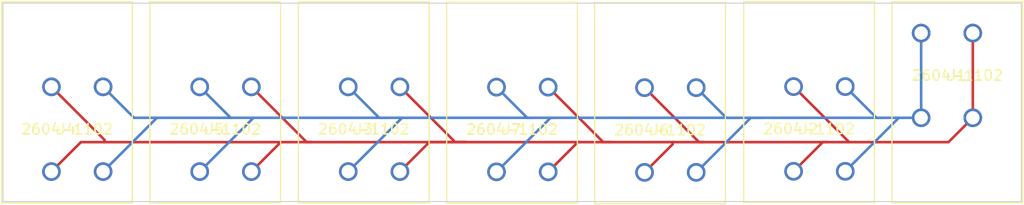
<source format=kicad_pcb>
(kicad_pcb (version 20211014) (generator pcbnew)
  (title_block (title "Ruler Design") (date "2023-01-12") (rev "1") (company "FRC Team 619") (comment 1 "CAN Bus Breakout"))
  (layers (0 "F.Cu" signal) (31 "B.Cu" signal) (34 "B.Paste" user) (35 "F.Paste" user) (36 "B.SilkS" user "B.Silkscreen") (37 "F.SilkS" user "F.Silkscreen") (38 "B.Mask" user) (39 "F.Mask" user) (44 "Edge.Cuts" user))
  (net 0 "")
  (net 1 "Net-(J1-Pad1)")
  (net 2 "Net-(J1-Pad3)")
  (footprint "Wago Terminal Block 2:Wago_Terminal_Block_2" (layer "F.Cu") (at 155.274199 96.9264 180)
    (fp_text reference "J6" (at 3.499998 4.099999) (layer "F.SilkS"))
    (fp_text value "2604-1102" (at 3.499998 4.099999) (layer "F.SilkS"))
    (fp_text user "*" (at 0 0) (layer "F.SilkS"))
    (fp_line (start 9.826998 16.4294) (end 9.826998 -3.027) (layer "F.SilkS") (width 0.12))
    (fp_line (start -2.827002 16.4294) (end 9.826998 16.4294) (layer "F.SilkS") (width 0.12))
    (fp_line (start -2.827002 -3.027) (end -2.827002 16.4294) (layer "F.SilkS") (width 0.12))
    (fp_line (start 9.826998 -3.027) (end -2.827002 -3.027) (layer "F.SilkS") (width 0.12))
    (pad "1" thru_hole circle (at 0 0 180) (size 1.8034 1.8034) (drill 1.2954) (layers *.Cu *.Mask) (net 1 "Net-(J1-Pad1)"))
    (pad "2" thru_hole circle (at 0 8.199999 180) (size 1.8034 1.8034) (drill 1.2954) (layers *.Cu *.Mask) (net 1 "Net-(J1-Pad1)"))
    (pad "3" thru_hole circle (at 5 0 180) (size 1.8034 1.8034) (drill 1.2954) (layers *.Cu *.Mask) (net 2 "Net-(J1-Pad3)"))
    (pad "4" thru_hole circle (at 5 8.199999 180) (size 1.8034 1.8034) (drill 1.2954) (layers *.Cu *.Mask) (net 2 "Net-(J1-Pad3)"))
  )
  (footprint "Wago Terminal Block 2:Wago_Terminal_Block_2" (layer "F.Cu") (at 97.870199 96.8502 180)
    (fp_text reference "J4" (at 3.499998 4.099999) (layer "F.SilkS"))
    (fp_text value "2604-1102" (at 3.499998 4.099999) (layer "F.SilkS"))
    (fp_text user "*" (at 0 0) (layer "F.SilkS"))
    (fp_line (start 9.826998 -3.027) (end -2.827002 -3.027) (layer "F.SilkS") (width 0.12))
    (fp_line (start 9.826998 16.4294) (end 9.826998 -3.027) (layer "F.SilkS") (width 0.12))
    (fp_line (start -2.827002 16.4294) (end 9.826998 16.4294) (layer "F.SilkS") (width 0.12))
    (fp_line (start -2.827002 -3.027) (end -2.827002 16.4294) (layer "F.SilkS") (width 0.12))
    (pad "1" thru_hole circle (at 0 0 180) (size 1.8034 1.8034) (drill 1.2954) (layers *.Cu *.Mask) (net 1 "Net-(J1-Pad1)"))
    (pad "2" thru_hole circle (at 0 8.199999 180) (size 1.8034 1.8034) (drill 1.2954) (layers *.Cu *.Mask) (net 1 "Net-(J1-Pad1)"))
    (pad "3" thru_hole circle (at 5 0 180) (size 1.8034 1.8034) (drill 1.2954) (layers *.Cu *.Mask) (net 2 "Net-(J1-Pad3)"))
    (pad "4" thru_hole circle (at 5 8.199999 180) (size 1.8034 1.8034) (drill 1.2954) (layers *.Cu *.Mask) (net 2 "Net-(J1-Pad3)"))
  )
  (footprint "Wago Terminal Block 2:Wago_Terminal_Block_2" (layer "F.Cu") (at 126.597599 96.8502 180)
    (fp_text reference "J3" (at 3.499998 4.099999) (layer "F.SilkS"))
    (fp_text value "2604-1102" (at 3.499998 4.099999) (layer "F.SilkS"))
    (fp_text user "*" (at 0 0) (layer "F.SilkS"))
    (fp_line (start 9.826998 -3.027) (end -2.827002 -3.027) (layer "F.SilkS") (width 0.12))
    (fp_line (start -2.827002 16.4294) (end 9.826998 16.4294) (layer "F.SilkS") (width 0.12))
    (fp_line (start 9.826998 16.4294) (end 9.826998 -3.027) (layer "F.SilkS") (width 0.12))
    (fp_line (start -2.827002 -3.027) (end -2.827002 16.4294) (layer "F.SilkS") (width 0.12))
    (pad "1" thru_hole circle (at 0 0 180) (size 1.8034 1.8034) (drill 1.2954) (layers *.Cu *.Mask) (net 2 "Net-(J1-Pad3)"))
    (pad "2" thru_hole circle (at 0 8.199999 180) (size 1.8034 1.8034) (drill 1.2954) (layers *.Cu *.Mask) (net 2 "Net-(J1-Pad3)"))
    (pad "3" thru_hole circle (at 5 0 180) (size 1.8034 1.8034) (drill 1.2954) (layers *.Cu *.Mask) (net 1 "Net-(J1-Pad1)"))
    (pad "4" thru_hole circle (at 5 8.199999 180) (size 1.8034 1.8034) (drill 1.2954) (layers *.Cu *.Mask) (net 1 "Net-(J1-Pad1)"))
  )
  (footprint "Wago Terminal Block 2:Wago_Terminal_Block_2" (layer "F.Cu") (at 177.0472 83.4432)
    (fp_text reference "J1" (at 3.499998 4.099999) (layer "F.SilkS"))
    (fp_text value "2604-1102" (at 3.499998 4.099999) (layer "F.SilkS"))
    (fp_text user "*" (at 0 0) (layer "F.SilkS"))
    (fp_line (start 9.826998 -3.027) (end -2.827002 -3.027) (layer "F.SilkS") (width 0.12))
    (fp_line (start -2.827002 -3.027) (end -2.827002 16.4294) (layer "F.SilkS") (width 0.12))
    (fp_line (start 9.826998 16.4294) (end 9.826998 -3.027) (layer "F.SilkS") (width 0.12))
    (fp_line (start -2.827002 16.4294) (end 9.826998 16.4294) (layer "F.SilkS") (width 0.12))
    (pad "1" thru_hole circle (at 0 0) (size 1.8034 1.8034) (drill 1.2954) (layers *.Cu *.Mask) (net 1 "Net-(J1-Pad1)"))
    (pad "2" thru_hole circle (at 0 8.199999) (size 1.8034 1.8034) (drill 1.2954) (layers *.Cu *.Mask) (net 1 "Net-(J1-Pad1)"))
    (pad "3" thru_hole circle (at 5 0) (size 1.8034 1.8034) (drill 1.2954) (layers *.Cu *.Mask) (net 2 "Net-(J1-Pad3)"))
    (pad "4" thru_hole circle (at 5 8.199999) (size 1.8034 1.8034) (drill 1.2954) (layers *.Cu *.Mask) (net 2 "Net-(J1-Pad3)"))
  )
  (footprint "Wago Terminal Block 2:Wago_Terminal_Block_2" (layer "F.Cu") (at 140.948599 96.8756 180)
    (fp_text reference "J7" (at 3.499998 4.099999) (layer "F.SilkS"))
    (fp_text value "2604-1102" (at 3.499998 4.099999) (layer "F.SilkS"))
    (fp_text user "*" (at 0 0) (layer "F.SilkS"))
    (fp_line (start 9.826998 -3.027) (end -2.827002 -3.027) (layer "F.SilkS") (width 0.12))
    (fp_line (start -2.827002 16.4294) (end 9.826998 16.4294) (layer "F.SilkS") (width 0.12))
    (fp_line (start -2.827002 -3.027) (end -2.827002 16.4294) (layer "F.SilkS") (width 0.12))
    (fp_line (start 9.826998 16.4294) (end 9.826998 -3.027) (layer "F.SilkS") (width 0.12))
    (pad "1" thru_hole circle (at 0 0 180) (size 1.8034 1.8034) (drill 1.2954) (layers *.Cu *.Mask) (net 2 "Net-(J1-Pad3)"))
    (pad "2" thru_hole circle (at 0 8.199999 180) (size 1.8034 1.8034) (drill 1.2954) (layers *.Cu *.Mask) (net 2 "Net-(J1-Pad3)"))
    (pad "3" thru_hole circle (at 5 0 180) (size 1.8034 1.8034) (drill 1.2954) (layers *.Cu *.Mask) (net 1 "Net-(J1-Pad1)"))
    (pad "4" thru_hole circle (at 5 8.199999 180) (size 1.8034 1.8034) (drill 1.2954) (layers *.Cu *.Mask) (net 1 "Net-(J1-Pad1)"))
  )
  (footprint "Wago Terminal Block 2:Wago_Terminal_Block_2" (layer "F.Cu") (at 169.701399 96.8248 180)
    (fp_text reference "J2" (at 3.499998 4.099999) (layer "F.SilkS"))
    (fp_text value "2604-1102" (at 3.499998 4.099999) (layer "F.SilkS"))
    (fp_text user "*" (at 0 0) (layer "F.SilkS"))
    (fp_line (start -2.827002 -3.027) (end -2.827002 16.4294) (layer "F.SilkS") (width 0.12))
    (fp_line (start 9.826998 -3.027) (end -2.827002 -3.027) (layer "F.SilkS") (width 0.12))
    (fp_line (start 9.826998 16.4294) (end 9.826998 -3.027) (layer "F.SilkS") (width 0.12))
    (fp_line (start -2.827002 16.4294) (end 9.826998 16.4294) (layer "F.SilkS") (width 0.12))
    (pad "1" thru_hole circle (at 0 0 180) (size 1.8034 1.8034) (drill 1.2954) (layers *.Cu *.Mask) (net 1 "Net-(J1-Pad1)"))
    (pad "2" thru_hole circle (at 0 8.199999 180) (size 1.8034 1.8034) (drill 1.2954) (layers *.Cu *.Mask) (net 1 "Net-(J1-Pad1)"))
    (pad "3" thru_hole circle (at 5 0 180) (size 1.8034 1.8034) (drill 1.2954) (layers *.Cu *.Mask) (net 2 "Net-(J1-Pad3)"))
    (pad "4" thru_hole circle (at 5 8.199999 180) (size 1.8034 1.8034) (drill 1.2954) (layers *.Cu *.Mask) (net 2 "Net-(J1-Pad3)"))
  )
  (footprint "Wago Terminal Block 2:Wago_Terminal_Block_2" (layer "F.Cu") (at 112.221199 96.8502 180)
    (fp_text reference "J5" (at 3.499998 4.099999) (layer "F.SilkS"))
    (fp_text value "2604-1102" (at 3.499998 4.099999) (layer "F.SilkS"))
    (fp_text user "*" (at 0 0) (layer "F.SilkS"))
    (fp_line (start 9.826998 16.4294) (end 9.826998 -3.027) (layer "F.SilkS") (width 0.12))
    (fp_line (start 9.826998 -3.027) (end -2.827002 -3.027) (layer "F.SilkS") (width 0.12))
    (fp_line (start -2.827002 -3.027) (end -2.827002 16.4294) (layer "F.SilkS") (width 0.12))
    (fp_line (start -2.827002 16.4294) (end 9.826998 16.4294) (layer "F.SilkS") (width 0.12))
    (pad "1" thru_hole circle (at 0 0 180) (size 1.8034 1.8034) (drill 1.2954) (layers *.Cu *.Mask) (net 2 "Net-(J1-Pad3)"))
    (pad "2" thru_hole circle (at 0 8.199999 180) (size 1.8034 1.8034) (drill 1.2954) (layers *.Cu *.Mask) (net 2 "Net-(J1-Pad3)"))
    (pad "3" thru_hole circle (at 5 0 180) (size 1.8034 1.8034) (drill 1.2954) (layers *.Cu *.Mask) (net 1 "Net-(J1-Pad1)"))
    (pad "4" thru_hole circle (at 5 8.199999 180) (size 1.8034 1.8034) (drill 1.2954) (layers *.Cu *.Mask) (net 1 "Net-(J1-Pad1)"))
  )
  (gr_rect (start 186.75 80.5476) (end 88.1726 99.75) (layer "Edge.Cuts") (width 0.1) (fill none))
  (segment (start 173.356801 91.643199) (end 161.643199 91.643199) (width 0.25) (layer "B.Cu") (net 1))
  (segment (start 100.863197 91.643199) (end 97.870199 88.650201) (width 0.25) (layer "B.Cu") (net 1))
  (segment (start 175.356801 91.643199) (end 173.356801 91.643199) (width 0.25) (layer "B.Cu") (net 1))
  (segment (start 139.356801 91.643199) (end 127.356801 91.643199) (width 0.25) (layer "B.Cu") (net 1))
  (segment (start 155.274199 88.726401) (end 158.190997 91.643199) (width 0.25) (layer "B.Cu") (net 1))
  (segment (start 159.356801 91.643199) (end 141.643199 91.643199) (width 0.25) (layer "B.Cu") (net 1))
  (segment (start 107.221199 96.8502) (end 112.356801 91.714598) (width 0.25) (layer "B.Cu") (net 1))
  (segment (start 126.8046 91.643199) (end 127.356801 91.643199) (width 0.25) (layer "B.Cu") (net 1))
  (segment (start 138.916197 91.643199) (end 139.356801 91.643199) (width 0.25) (layer "B.Cu") (net 1))
  (segment (start 112.356801 91.643199) (end 110.356801 91.643199) (width 0.25) (layer "B.Cu") (net 1))
  (segment (start 103.0772 91.643199) (end 103.356801 91.643199) (width 0.25) (layer "B.Cu") (net 1))
  (segment (start 121.597599 96.8502) (end 126.8046 91.643199) (width 0.25) (layer "B.Cu") (net 1))
  (segment (start 121.597599 88.650201) (end 124.590597 91.643199) (width 0.25) (layer "B.Cu") (net 1))
  (segment (start 161.643199 91.643199) (end 159.356801 91.643199) (width 0.25) (layer "B.Cu") (net 1))
  (segment (start 141.643199 91.643199) (end 139.356801 91.643199) (width 0.25) (layer "B.Cu") (net 1))
  (segment (start 125.356801 91.643199) (end 112.356801 91.643199) (width 0.25) (layer "B.Cu") (net 1))
  (segment (start 155.274199 96.9264) (end 160.5574 91.643199) (width 0.25) (layer "B.Cu") (net 1))
  (segment (start 110.214197 91.643199) (end 110.356801 91.643199) (width 0.25) (layer "B.Cu") (net 1))
  (segment (start 127.356801 91.643199) (end 125.356801 91.643199) (width 0.25) (layer "B.Cu") (net 1))
  (segment (start 169.701399 96.8248) (end 174.883 91.643199) (width 0.25) (layer "B.Cu") (net 1))
  (segment (start 135.948599 88.675601) (end 138.916197 91.643199) (width 0.25) (layer "B.Cu") (net 1))
  (segment (start 169.701399 88.624801) (end 172.719797 91.643199) (width 0.25) (layer "B.Cu") (net 1))
  (segment (start 177.0472 83.4432) (end 177.0472 91.643199) (width 0.25) (layer "B.Cu") (net 1))
  (segment (start 124.590597 91.643199) (end 125.356801 91.643199) (width 0.25) (layer "B.Cu") (net 1))
  (segment (start 160.5574 91.643199) (end 161.643199 91.643199) (width 0.25) (layer "B.Cu") (net 1))
  (segment (start 103.356801 91.643199) (end 100.863197 91.643199) (width 0.25) (layer "B.Cu") (net 1))
  (segment (start 141.181 91.643199) (end 141.643199 91.643199) (width 0.25) (layer "B.Cu") (net 1))
  (segment (start 174.883 91.643199) (end 175.356801 91.643199) (width 0.25) (layer "B.Cu") (net 1))
  (segment (start 110.356801 91.643199) (end 103.356801 91.643199) (width 0.25) (layer "B.Cu") (net 1))
  (segment (start 172.719797 91.643199) (end 173.356801 91.643199) (width 0.25) (layer "B.Cu") (net 1))
  (segment (start 135.948599 96.8756) (end 141.181 91.643199) (width 0.25) (layer "B.Cu") (net 1))
  (segment (start 177.0472 91.643199) (end 175.356801 91.643199) (width 0.25) (layer "B.Cu") (net 1))
  (segment (start 158.190997 91.643199) (end 159.356801 91.643199) (width 0.25) (layer "B.Cu") (net 1))
  (segment (start 97.870199 96.8502) (end 103.0772 91.643199) (width 0.25) (layer "B.Cu") (net 1))
  (segment (start 112.356801 91.714598) (end 112.356801 91.643199) (width 0.25) (layer "B.Cu") (net 1))
  (segment (start 107.221199 88.650201) (end 110.214197 91.643199) (width 0.25) (layer "B.Cu") (net 1))
  (segment (start 147 94) (end 144 94) (width 0.25) (layer "F.Cu") (net 2))
  (segment (start 143.824199 94) (end 144 94) (width 0.25) (layer "F.Cu") (net 2))
  (segment (start 182.0472 83.4432) (end 182.0472 91.643199) (width 0.25) (layer "F.Cu") (net 2))
  (segment (start 182.0472 91.643199) (end 179.690399 94) (width 0.25) (layer "F.Cu") (net 2))
  (segment (start 168 94) (end 156 94) (width 0.25) (layer "F.Cu") (net 2))
  (segment (start 164.701399 96.8248) (end 167.526199 94) (width 0.25) (layer "F.Cu") (net 2))
  (segment (start 117.570998 94) (end 118 94) (width 0.25) (layer "F.Cu") (net 2))
  (segment (start 150.274199 96.9264) (end 153 94.200599) (width 0.25) (layer "F.Cu") (net 2))
  (segment (start 155.547798 94) (end 156 94) (width 0.25) (layer "F.Cu") (net 2))
  (segment (start 126.597599 96.8502) (end 129.447799 94) (width 0.25) (layer "F.Cu") (net 2))
  (segment (start 153 94.200599) (end 153 94) (width 0.25) (layer "F.Cu") (net 2))
  (segment (start 167.526199 94) (end 168 94) (width 0.25) (layer "F.Cu") (net 2))
  (segment (start 95.720399 94) (end 92.870199 96.8502) (width 0.25) (layer "F.Cu") (net 2))
  (segment (start 92.870199 88.650201) (end 98 93.780002) (width 0.25) (layer "F.Cu") (net 2))
  (segment (start 144 94) (end 133 94) (width 0.25) (layer "F.Cu") (net 2))
  (segment (start 98 94) (end 95.720399 94) (width 0.25) (layer "F.Cu") (net 2))
  (segment (start 146.272998 94) (end 147 94) (width 0.25) (layer "F.Cu") (net 2))
  (segment (start 98 93.780002) (end 98 94) (width 0.25) (layer "F.Cu") (net 2))
  (segment (start 164.701399 88.624801) (end 170 93.923402) (width 0.25) (layer "F.Cu") (net 2))
  (segment (start 170 93.923402) (end 170 94) (width 0.25) (layer "F.Cu") (net 2))
  (segment (start 150.274199 88.726401) (end 155.547798 94) (width 0.25) (layer "F.Cu") (net 2))
  (segment (start 112.221199 96.8502) (end 115 94.071399) (width 0.25) (layer "F.Cu") (net 2))
  (segment (start 170 94) (end 168 94) (width 0.25) (layer "F.Cu") (net 2))
  (segment (start 140.948599 96.8756) (end 143.824199 94) (width 0.25) (layer "F.Cu") (net 2))
  (segment (start 179.690399 94) (end 170 94) (width 0.25) (layer "F.Cu") (net 2))
  (segment (start 133 94) (end 118 94) (width 0.25) (layer "F.Cu") (net 2))
  (segment (start 140.948599 88.675601) (end 146.272998 94) (width 0.25) (layer "F.Cu") (net 2))
  (segment (start 115 94.071399) (end 115 94) (width 0.25) (layer "F.Cu") (net 2))
  (segment (start 112.221199 88.650201) (end 117.570998 94) (width 0.25) (layer "F.Cu") (net 2))
  (segment (start 131.947398 94) (end 133 94) (width 0.25) (layer "F.Cu") (net 2))
  (segment (start 126.597599 88.650201) (end 131.947398 94) (width 0.25) (layer "F.Cu") (net 2))
  (segment (start 129.447799 94) (end 133 94) (width 0.25) (layer "F.Cu") (net 2))
  (segment (start 153 94) (end 147 94) (width 0.25) (layer "F.Cu") (net 2))
  (segment (start 118 94) (end 115 94) (width 0.25) (layer "F.Cu") (net 2))
  (segment (start 156 94) (end 153 94) (width 0.25) (layer "F.Cu") (net 2))
  (segment (start 115 94) (end 98 94) (width 0.25) (layer "F.Cu") (net 2))
)
</source>
